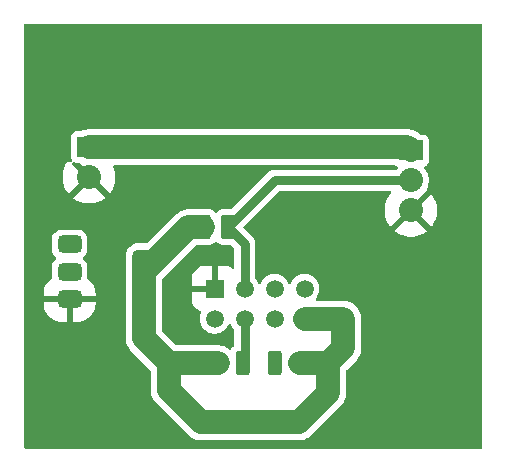
<source format=gbr>
%TF.GenerationSoftware,KiCad,Pcbnew,9.0.6-9.0.6~ubuntu24.04.1*%
%TF.CreationDate,2025-12-30T22:30:39+05:30*%
%TF.ProjectId,wled-esp01-controller,776c6564-2d65-4737-9030-312d636f6e74,rev?*%
%TF.SameCoordinates,Original*%
%TF.FileFunction,Copper,L2,Bot*%
%TF.FilePolarity,Positive*%
%FSLAX46Y46*%
G04 Gerber Fmt 4.6, Leading zero omitted, Abs format (unit mm)*
G04 Created by KiCad (PCBNEW 9.0.6-9.0.6~ubuntu24.04.1) date 2025-12-30 22:30:39*
%MOMM*%
%LPD*%
G01*
G04 APERTURE LIST*
G04 Aperture macros list*
%AMRoundRect*
0 Rectangle with rounded corners*
0 $1 Rounding radius*
0 $2 $3 $4 $5 $6 $7 $8 $9 X,Y pos of 4 corners*
0 Add a 4 corners polygon primitive as box body*
4,1,4,$2,$3,$4,$5,$6,$7,$8,$9,$2,$3,0*
0 Add four circle primitives for the rounded corners*
1,1,$1+$1,$2,$3*
1,1,$1+$1,$4,$5*
1,1,$1+$1,$6,$7*
1,1,$1+$1,$8,$9*
0 Add four rect primitives between the rounded corners*
20,1,$1+$1,$2,$3,$4,$5,0*
20,1,$1+$1,$4,$5,$6,$7,0*
20,1,$1+$1,$6,$7,$8,$9,0*
20,1,$1+$1,$8,$9,$2,$3,0*%
G04 Aperture macros list end*
%TA.AperFunction,SMDPad,CuDef*%
%ADD10RoundRect,0.250000X0.350000X0.770000X-0.350000X0.770000X-0.350000X-0.770000X0.350000X-0.770000X0*%
%TD*%
%TA.AperFunction,SMDPad,CuDef*%
%ADD11RoundRect,0.250000X0.350000X0.450000X-0.350000X0.450000X-0.350000X-0.450000X0.350000X-0.450000X0*%
%TD*%
%TA.AperFunction,ComponentPad*%
%ADD12C,1.508000*%
%TD*%
%TA.AperFunction,ComponentPad*%
%ADD13R,1.508000X1.508000*%
%TD*%
%TA.AperFunction,SMDPad,CuDef*%
%ADD14RoundRect,0.250000X-0.350000X-0.450000X0.350000X-0.450000X0.350000X0.450000X-0.350000X0.450000X0*%
%TD*%
%TA.AperFunction,SMDPad,CuDef*%
%ADD15RoundRect,0.250000X-0.350000X-0.770000X0.350000X-0.770000X0.350000X0.770000X-0.350000X0.770000X0*%
%TD*%
%TA.AperFunction,ComponentPad*%
%ADD16R,2.040000X1.700000*%
%TD*%
%TA.AperFunction,ComponentPad*%
%ADD17C,2.040000*%
%TD*%
%TA.AperFunction,SMDPad,CuDef*%
%ADD18RoundRect,0.375000X-0.625000X-0.375000X0.625000X-0.375000X0.625000X0.375000X-0.625000X0.375000X0*%
%TD*%
%TA.AperFunction,SMDPad,CuDef*%
%ADD19RoundRect,0.500000X-0.500000X-1.400000X0.500000X-1.400000X0.500000X1.400000X-0.500000X1.400000X0*%
%TD*%
%TA.AperFunction,Conductor*%
%ADD20C,0.770000*%
%TD*%
%TA.AperFunction,Conductor*%
%ADD21C,2.040000*%
%TD*%
G04 APERTURE END LIST*
D10*
%TO.P,R1,2*%
%TO.N,Net-(U2-~{RST})*%
X122000000Y-88000000D03*
D11*
%TO.P,R1,1*%
%TO.N,/3.3V*%
X124000000Y-88000000D03*
%TD*%
D12*
%TO.P,U2,8,TXD*%
%TO.N,unconnected-(U2-TXD-Pad8)*%
X116885000Y-84250000D03*
%TO.P,U2,7,CH_PD*%
%TO.N,Net-(U2-CH_PD)*%
X119425000Y-84250000D03*
%TO.P,U2,6,~{RST}*%
%TO.N,Net-(U2-~{RST})*%
X121965000Y-84250000D03*
%TO.P,U2,5,VCC*%
%TO.N,/3.3V*%
X124505000Y-84250000D03*
%TO.P,U2,4,RXD*%
%TO.N,unconnected-(U2-RXD-Pad4)*%
X124505000Y-81710000D03*
%TO.P,U2,3,GPIO0*%
%TO.N,unconnected-(U2-GPIO0-Pad3)*%
X121965000Y-81710000D03*
%TO.P,U2,2,GPIO2*%
%TO.N,WledData*%
X119425000Y-81710000D03*
D13*
%TO.P,U2,1,GND*%
%TO.N,GND*%
X116885000Y-81710000D03*
%TD*%
D14*
%TO.P,R2,1*%
%TO.N,/3.3V*%
X117250000Y-88000000D03*
D15*
%TO.P,R2,2*%
%TO.N,Net-(U2-CH_PD)*%
X119250000Y-88000000D03*
%TD*%
D16*
%TO.P,J2,1,Pin_1*%
%TO.N,+5V*%
X133500000Y-70000000D03*
D17*
%TO.P,J2,2,Pin_2*%
%TO.N,WledData*%
X133500000Y-72540000D03*
%TO.P,J2,3,Pin_3*%
%TO.N,GND*%
X133500000Y-75080000D03*
%TD*%
D18*
%TO.P,U1,1,GND*%
%TO.N,GND*%
X104600000Y-82550000D03*
%TO.P,U1,2,VO*%
%TO.N,/3.3V*%
X104600000Y-80250000D03*
D19*
X110900000Y-80250000D03*
D18*
%TO.P,U1,3,VI*%
%TO.N,+5V*%
X104600000Y-77950000D03*
%TD*%
D10*
%TO.P,R3,1*%
%TO.N,WledData*%
X118000000Y-76500000D03*
%TO.P,R3,2*%
%TO.N,/3.3V*%
X116000000Y-76500000D03*
%TD*%
D16*
%TO.P,J1,1,Pin_1*%
%TO.N,+5V*%
X106250000Y-69710000D03*
D17*
%TO.P,J1,2,Pin_2*%
%TO.N,GND*%
X106250000Y-72250000D03*
%TD*%
D20*
%TO.N,WledData*%
X118000000Y-76500000D02*
X121960000Y-72540000D01*
X121960000Y-72540000D02*
X133500000Y-72540000D01*
D21*
%TO.N,/3.3V*%
X110900000Y-80250000D02*
X114650000Y-76500000D01*
X114650000Y-76500000D02*
X115879000Y-76500000D01*
X113000000Y-88000000D02*
X113000000Y-90250000D01*
X113000000Y-90250000D02*
X115750000Y-93000000D01*
X126500000Y-90500000D02*
X126500000Y-88000000D01*
X115750000Y-93000000D02*
X124000000Y-93000000D01*
X124000000Y-93000000D02*
X126500000Y-90500000D01*
X127750000Y-84250000D02*
X127750000Y-86750000D01*
X127750000Y-86750000D02*
X126500000Y-88000000D01*
X126500000Y-88000000D02*
X124121000Y-88000000D01*
X113000000Y-88000000D02*
X117129000Y-88000000D01*
D20*
%TO.N,Net-(U2-CH_PD)*%
X119425000Y-84250000D02*
X119425000Y-87825000D01*
X119425000Y-87825000D02*
X119250000Y-88000000D01*
D21*
%TO.N,/3.3V*%
X110900000Y-80250000D02*
X110900000Y-85900000D01*
X110900000Y-85900000D02*
X113000000Y-88000000D01*
X127750000Y-84250000D02*
X124505000Y-84250000D01*
D20*
%TO.N,WledData*%
X118000000Y-76500000D02*
X119425000Y-77925000D01*
X119425000Y-77925000D02*
X119425000Y-81710000D01*
D21*
%TO.N,+5V*%
X106250000Y-69710000D02*
X133210000Y-69710000D01*
X133210000Y-69710000D02*
X133500000Y-70000000D01*
%TD*%
%TA.AperFunction,Conductor*%
%TO.N,GND*%
G36*
X117016974Y-77738662D02*
G01*
X117043334Y-77740548D01*
X117052387Y-77746366D01*
X117059427Y-77747898D01*
X117087681Y-77769049D01*
X117181344Y-77862712D01*
X117330666Y-77954814D01*
X117497203Y-78009999D01*
X117599991Y-78020500D01*
X118216851Y-78020499D01*
X118283890Y-78040183D01*
X118304532Y-78056818D01*
X118503181Y-78255467D01*
X118536666Y-78316790D01*
X118539500Y-78343148D01*
X118539500Y-79883061D01*
X118519815Y-79950100D01*
X118467011Y-79995855D01*
X118397853Y-80005799D01*
X118345423Y-79985361D01*
X118225424Y-79903160D01*
X118021991Y-79813336D01*
X118021975Y-79813330D01*
X117805508Y-79762417D01*
X117805492Y-79762415D01*
X117713069Y-79756000D01*
X117135000Y-79756000D01*
X117135000Y-81276988D01*
X117077993Y-81244075D01*
X116950826Y-81210000D01*
X116819174Y-81210000D01*
X116692007Y-81244075D01*
X116635000Y-81276988D01*
X116635000Y-79756000D01*
X116056932Y-79756000D01*
X115964508Y-79762415D01*
X115964492Y-79762417D01*
X115748024Y-79813330D01*
X115748008Y-79813336D01*
X115544575Y-79903160D01*
X115361100Y-80028843D01*
X115203843Y-80186100D01*
X115078160Y-80369575D01*
X114988336Y-80573008D01*
X114988330Y-80573024D01*
X114937417Y-80789491D01*
X114937415Y-80789507D01*
X114931000Y-80881931D01*
X114931000Y-81460000D01*
X116451988Y-81460000D01*
X116419075Y-81517007D01*
X116385000Y-81644174D01*
X116385000Y-81775826D01*
X116419075Y-81902993D01*
X116451988Y-81960000D01*
X114931001Y-81960000D01*
X114931001Y-82538067D01*
X114937415Y-82630491D01*
X114937417Y-82630507D01*
X114988330Y-82846975D01*
X114988336Y-82846991D01*
X115078160Y-83050424D01*
X115203843Y-83233899D01*
X115361100Y-83391156D01*
X115544572Y-83516837D01*
X115674495Y-83574203D01*
X115727872Y-83619289D01*
X115748400Y-83686075D01*
X115734895Y-83743932D01*
X115722408Y-83768438D01*
X115661390Y-83956235D01*
X115630500Y-84151263D01*
X115630500Y-84348736D01*
X115661389Y-84543763D01*
X115702408Y-84670005D01*
X115722409Y-84731561D01*
X115762021Y-84809302D01*
X115812058Y-84907504D01*
X115928115Y-85067246D01*
X116067753Y-85206884D01*
X116204875Y-85306507D01*
X116227499Y-85322944D01*
X116403439Y-85412591D01*
X116528637Y-85453270D01*
X116591236Y-85473610D01*
X116786264Y-85504500D01*
X116786269Y-85504500D01*
X116983736Y-85504500D01*
X117178763Y-85473610D01*
X117366561Y-85412591D01*
X117542501Y-85322944D01*
X117632192Y-85257779D01*
X117702246Y-85206884D01*
X117702248Y-85206881D01*
X117702252Y-85206879D01*
X117841879Y-85067252D01*
X117841881Y-85067248D01*
X117841884Y-85067246D01*
X117957941Y-84907505D01*
X117957942Y-84907504D01*
X117957944Y-84907501D01*
X118044517Y-84737593D01*
X118092490Y-84686800D01*
X118160311Y-84670005D01*
X118226446Y-84692542D01*
X118265482Y-84737593D01*
X118302021Y-84809302D01*
X118352058Y-84907505D01*
X118468115Y-85067246D01*
X118503181Y-85102312D01*
X118536666Y-85163635D01*
X118539500Y-85189993D01*
X118539500Y-86501369D01*
X118519815Y-86568408D01*
X118480598Y-86606907D01*
X118431344Y-86637287D01*
X118307287Y-86761344D01*
X118285805Y-86796173D01*
X118233857Y-86842897D01*
X118164894Y-86854118D01*
X118107382Y-86831393D01*
X117925919Y-86699554D01*
X117925918Y-86699553D01*
X117925916Y-86699552D01*
X117859324Y-86665621D01*
X117712674Y-86590898D01*
X117485051Y-86516939D01*
X117248671Y-86479500D01*
X117248666Y-86479500D01*
X113681174Y-86479500D01*
X113614135Y-86459815D01*
X113593493Y-86443181D01*
X112456819Y-85306507D01*
X112423334Y-85245184D01*
X112420500Y-85218826D01*
X112420500Y-80931174D01*
X112429144Y-80901733D01*
X112435668Y-80871747D01*
X112439422Y-80866731D01*
X112440185Y-80864135D01*
X112456819Y-80843493D01*
X115243493Y-78056819D01*
X115304816Y-78023334D01*
X115331174Y-78020500D01*
X116008656Y-78020500D01*
X116008668Y-78020499D01*
X116400002Y-78020499D01*
X116400008Y-78020499D01*
X116502797Y-78009999D01*
X116669334Y-77954814D01*
X116818656Y-77862712D01*
X116912319Y-77769049D01*
X116920264Y-77764710D01*
X116925690Y-77757463D01*
X116950449Y-77748228D01*
X116973642Y-77735564D01*
X116982671Y-77736209D01*
X116991154Y-77733046D01*
X117016974Y-77738662D01*
G37*
%TD.AperFunction*%
%TA.AperFunction,Conductor*%
G36*
X104983602Y-71002279D02*
G01*
X104987668Y-71003795D01*
X104987669Y-71003796D01*
X105122517Y-71054091D01*
X105182127Y-71060500D01*
X105362691Y-71060499D01*
X105429730Y-71080183D01*
X105450372Y-71096818D01*
X106120591Y-71767037D01*
X106057007Y-71784075D01*
X105942993Y-71849901D01*
X105849901Y-71942993D01*
X105784075Y-72057007D01*
X105767037Y-72120591D01*
X104852588Y-71206142D01*
X104819103Y-71144819D01*
X104824087Y-71075127D01*
X104865959Y-71019194D01*
X104931423Y-70994777D01*
X104983602Y-71002279D01*
G37*
%TD.AperFunction*%
%TA.AperFunction,Conductor*%
G36*
X139442539Y-59270185D02*
G01*
X139488294Y-59322989D01*
X139499500Y-59374500D01*
X139499500Y-95125500D01*
X139479815Y-95192539D01*
X139427011Y-95238294D01*
X139375500Y-95249500D01*
X100874500Y-95249500D01*
X100807461Y-95229815D01*
X100761706Y-95177011D01*
X100750500Y-95125500D01*
X100750500Y-82997580D01*
X102400000Y-82997580D01*
X102410549Y-83147006D01*
X102410550Y-83147013D01*
X102466423Y-83395092D01*
X102466423Y-83395094D01*
X102561366Y-83630997D01*
X102561369Y-83631002D01*
X102692918Y-83848610D01*
X102692925Y-83848621D01*
X102857683Y-84042316D01*
X103051378Y-84207074D01*
X103051389Y-84207081D01*
X103268997Y-84338630D01*
X103269002Y-84338633D01*
X103504906Y-84433576D01*
X103752986Y-84489449D01*
X103752993Y-84489450D01*
X103902419Y-84499999D01*
X103902422Y-84500000D01*
X104350000Y-84500000D01*
X104850000Y-84500000D01*
X105297578Y-84500000D01*
X105297580Y-84499999D01*
X105447006Y-84489450D01*
X105447013Y-84489449D01*
X105695092Y-84433576D01*
X105695094Y-84433576D01*
X105930997Y-84338633D01*
X105931002Y-84338630D01*
X106148610Y-84207081D01*
X106148621Y-84207074D01*
X106342316Y-84042316D01*
X106507074Y-83848621D01*
X106507081Y-83848610D01*
X106638630Y-83631002D01*
X106638633Y-83630997D01*
X106733576Y-83395094D01*
X106733576Y-83395092D01*
X106789449Y-83147013D01*
X106789450Y-83147006D01*
X106799999Y-82997580D01*
X106800000Y-82997578D01*
X106800000Y-82800000D01*
X104850000Y-82800000D01*
X104850000Y-84500000D01*
X104350000Y-84500000D01*
X104350000Y-82800000D01*
X102400000Y-82800000D01*
X102400000Y-82997580D01*
X100750500Y-82997580D01*
X100750500Y-82102419D01*
X102400000Y-82102419D01*
X102400000Y-82300000D01*
X106800000Y-82300000D01*
X106800000Y-82102422D01*
X106799999Y-82102419D01*
X106789450Y-81952993D01*
X106789449Y-81952986D01*
X106733576Y-81704907D01*
X106733576Y-81704905D01*
X106638633Y-81469002D01*
X106638630Y-81468997D01*
X106507081Y-81251389D01*
X106507074Y-81251378D01*
X106342316Y-81057683D01*
X106148614Y-80892919D01*
X106144570Y-80890006D01*
X106145507Y-80888704D01*
X106103115Y-80842416D01*
X106091273Y-80773557D01*
X106094113Y-80757910D01*
X106097600Y-80743889D01*
X106100500Y-80701123D01*
X106100499Y-79798878D01*
X106097600Y-79756111D01*
X106051641Y-79571307D01*
X106049046Y-79566075D01*
X105967032Y-79400707D01*
X105967030Y-79400704D01*
X105847722Y-79252278D01*
X105847721Y-79252277D01*
X105778514Y-79196647D01*
X105738595Y-79139304D01*
X105736015Y-79069482D01*
X105771594Y-79009349D01*
X105778514Y-79003353D01*
X105787909Y-78995800D01*
X105847722Y-78947722D01*
X105967030Y-78799296D01*
X106051641Y-78628693D01*
X106097600Y-78443889D01*
X106100500Y-78401123D01*
X106100499Y-77498878D01*
X106097600Y-77456111D01*
X106051641Y-77271307D01*
X106009677Y-77186694D01*
X105967032Y-77100707D01*
X105967030Y-77100704D01*
X105847722Y-76952278D01*
X105847721Y-76952277D01*
X105699295Y-76832969D01*
X105699292Y-76832967D01*
X105528697Y-76748360D01*
X105343892Y-76702400D01*
X105322506Y-76700950D01*
X105301123Y-76699500D01*
X105301120Y-76699500D01*
X103898877Y-76699500D01*
X103898874Y-76699501D01*
X103856113Y-76702399D01*
X103856112Y-76702399D01*
X103671303Y-76748360D01*
X103500707Y-76832967D01*
X103500704Y-76832969D01*
X103352278Y-76952277D01*
X103352277Y-76952278D01*
X103232969Y-77100704D01*
X103232967Y-77100707D01*
X103148360Y-77271302D01*
X103102400Y-77456107D01*
X103099500Y-77498879D01*
X103099500Y-78401122D01*
X103099501Y-78401125D01*
X103102399Y-78443886D01*
X103102399Y-78443887D01*
X103148360Y-78628696D01*
X103232967Y-78799292D01*
X103232969Y-78799295D01*
X103352277Y-78947721D01*
X103352278Y-78947722D01*
X103421486Y-79003353D01*
X103461405Y-79060696D01*
X103463985Y-79130518D01*
X103428406Y-79190651D01*
X103421486Y-79196647D01*
X103352278Y-79252277D01*
X103352277Y-79252278D01*
X103232969Y-79400704D01*
X103232967Y-79400707D01*
X103148360Y-79571302D01*
X103102400Y-79756107D01*
X103099500Y-79798879D01*
X103099500Y-80701122D01*
X103099501Y-80701125D01*
X103102399Y-80743889D01*
X103105884Y-80757903D01*
X103102957Y-80827711D01*
X103062754Y-80884855D01*
X103055404Y-80889970D01*
X103055430Y-80890006D01*
X103051385Y-80892919D01*
X102857683Y-81057683D01*
X102692925Y-81251378D01*
X102692918Y-81251389D01*
X102561369Y-81468997D01*
X102561366Y-81469002D01*
X102466423Y-81704905D01*
X102466423Y-81704907D01*
X102410550Y-81952986D01*
X102410549Y-81952993D01*
X102400000Y-82102419D01*
X100750500Y-82102419D01*
X100750500Y-72104500D01*
X104030000Y-72104500D01*
X104030000Y-72395499D01*
X104030001Y-72395515D01*
X104067984Y-72684026D01*
X104143305Y-72965127D01*
X104254665Y-73233976D01*
X104254672Y-73233991D01*
X104400176Y-73486011D01*
X104513172Y-73633271D01*
X104513173Y-73633271D01*
X105767037Y-72379408D01*
X105784075Y-72442993D01*
X105849901Y-72557007D01*
X105942993Y-72650099D01*
X106057007Y-72715925D01*
X106120591Y-72732962D01*
X104866727Y-73986825D01*
X104866727Y-73986826D01*
X105013988Y-74099823D01*
X105266008Y-74245327D01*
X105266023Y-74245334D01*
X105534872Y-74356694D01*
X105815973Y-74432015D01*
X106104484Y-74469998D01*
X106104501Y-74470000D01*
X106395499Y-74470000D01*
X106395515Y-74469998D01*
X106684026Y-74432015D01*
X106965127Y-74356694D01*
X107233976Y-74245334D01*
X107233990Y-74245327D01*
X107486005Y-74099826D01*
X107486012Y-74099821D01*
X107633271Y-73986825D01*
X106379408Y-72732962D01*
X106442993Y-72715925D01*
X106557007Y-72650099D01*
X106650099Y-72557007D01*
X106715925Y-72442993D01*
X106732962Y-72379408D01*
X107986825Y-73633271D01*
X108099821Y-73486012D01*
X108099826Y-73486005D01*
X108245327Y-73233990D01*
X108245334Y-73233976D01*
X108356694Y-72965127D01*
X108432015Y-72684026D01*
X108469998Y-72395515D01*
X108470000Y-72395499D01*
X108470000Y-72104500D01*
X108469998Y-72104484D01*
X108432015Y-71815973D01*
X108356695Y-71534875D01*
X108301637Y-71401953D01*
X108294168Y-71332483D01*
X108325443Y-71270004D01*
X108385532Y-71234352D01*
X108416198Y-71230500D01*
X132111846Y-71230500D01*
X132169480Y-71244708D01*
X132178236Y-71249304D01*
X132237669Y-71293796D01*
X132325146Y-71326422D01*
X132332096Y-71330071D01*
X132351792Y-71349131D01*
X132373728Y-71365552D01*
X132376533Y-71373074D01*
X132382305Y-71378659D01*
X132388569Y-71405342D01*
X132398146Y-71431016D01*
X132396439Y-71438861D01*
X132398275Y-71446679D01*
X132389119Y-71472511D01*
X132383295Y-71499289D01*
X132376333Y-71508588D01*
X132374935Y-71512535D01*
X132371233Y-71515401D01*
X132362145Y-71527543D01*
X132340222Y-71549466D01*
X132301050Y-71603384D01*
X132245721Y-71646051D01*
X132200731Y-71654500D01*
X122053348Y-71654500D01*
X122053328Y-71654499D01*
X122047214Y-71654499D01*
X121872786Y-71654499D01*
X121872784Y-71654499D01*
X121730093Y-71682883D01*
X121708755Y-71687127D01*
X121701708Y-71688529D01*
X121540560Y-71755278D01*
X121540551Y-71755283D01*
X121395527Y-71852185D01*
X121333857Y-71913855D01*
X121272187Y-71975526D01*
X121272184Y-71975529D01*
X118304531Y-74943181D01*
X118243208Y-74976666D01*
X118216850Y-74979500D01*
X117599998Y-74979500D01*
X117599980Y-74979501D01*
X117497203Y-74990000D01*
X117497200Y-74990001D01*
X117330668Y-75045185D01*
X117330663Y-75045187D01*
X117181342Y-75137289D01*
X117087681Y-75230951D01*
X117026358Y-75264436D01*
X116956666Y-75259452D01*
X116912319Y-75230951D01*
X116818657Y-75137289D01*
X116818656Y-75137288D01*
X116669334Y-75045186D01*
X116502797Y-74990001D01*
X116502795Y-74990000D01*
X116400016Y-74979500D01*
X116400009Y-74979500D01*
X115998669Y-74979500D01*
X115998666Y-74979500D01*
X114530334Y-74979500D01*
X114530329Y-74979500D01*
X114293948Y-75016939D01*
X114066325Y-75090898D01*
X113994351Y-75127572D01*
X113853083Y-75199551D01*
X113763778Y-75264436D01*
X113659461Y-75340227D01*
X113659459Y-75340229D01*
X113659458Y-75340229D01*
X111186505Y-77813181D01*
X111125182Y-77846666D01*
X111098824Y-77849500D01*
X110341971Y-77849500D01*
X110341965Y-77849500D01*
X110341964Y-77849501D01*
X110330316Y-77850536D01*
X110222584Y-77860113D01*
X110026954Y-77916089D01*
X109952823Y-77954812D01*
X109846593Y-78010302D01*
X109846591Y-78010303D01*
X109846590Y-78010304D01*
X109688890Y-78138890D01*
X109560304Y-78296590D01*
X109466089Y-78476954D01*
X109410114Y-78672583D01*
X109410113Y-78672586D01*
X109399500Y-78791966D01*
X109399500Y-79994297D01*
X109397973Y-80013695D01*
X109379500Y-80130329D01*
X109379500Y-86019671D01*
X109401173Y-86156507D01*
X109416939Y-86256051D01*
X109490897Y-86483670D01*
X109490898Y-86483673D01*
X109490899Y-86483674D01*
X109494119Y-86489993D01*
X109494121Y-86490001D01*
X109494123Y-86490001D01*
X109599551Y-86696916D01*
X109740227Y-86890539D01*
X109740229Y-86890541D01*
X111443181Y-88593493D01*
X111476666Y-88654816D01*
X111479500Y-88681174D01*
X111479500Y-90369671D01*
X111516939Y-90606051D01*
X111590897Y-90833670D01*
X111590898Y-90833671D01*
X111590899Y-90833675D01*
X111602300Y-90856049D01*
X111602300Y-90856051D01*
X111602301Y-90856051D01*
X111699551Y-91046916D01*
X111840227Y-91240539D01*
X111840229Y-91240540D01*
X111840229Y-91240541D01*
X114587101Y-93987412D01*
X114587130Y-93987443D01*
X114759462Y-94159774D01*
X114759464Y-94159776D01*
X114838272Y-94217032D01*
X114871605Y-94241250D01*
X114953083Y-94300448D01*
X115059707Y-94354775D01*
X115166330Y-94409103D01*
X115393949Y-94483061D01*
X115598011Y-94515379D01*
X115598012Y-94515380D01*
X115614173Y-94517940D01*
X115630333Y-94520500D01*
X115630334Y-94520500D01*
X124119668Y-94520500D01*
X124131689Y-94518595D01*
X124151978Y-94515381D01*
X124151986Y-94515382D01*
X124151986Y-94515381D01*
X124306960Y-94490835D01*
X124356051Y-94483061D01*
X124583670Y-94409103D01*
X124655648Y-94372427D01*
X124796916Y-94300449D01*
X124990539Y-94159773D01*
X127659773Y-91490539D01*
X127800449Y-91296916D01*
X127872427Y-91155648D01*
X127909103Y-91083670D01*
X127983061Y-90856051D01*
X128003953Y-90724135D01*
X128020500Y-90619671D01*
X128020500Y-88681174D01*
X128040185Y-88614135D01*
X128056819Y-88593493D01*
X128909773Y-87740539D01*
X129050449Y-87546916D01*
X129133937Y-87383061D01*
X129159103Y-87333670D01*
X129233061Y-87106051D01*
X129261008Y-86929599D01*
X129270500Y-86869671D01*
X129270500Y-84130328D01*
X129242926Y-83956235D01*
X129233061Y-83893949D01*
X129159103Y-83666330D01*
X129159101Y-83666327D01*
X129159101Y-83666325D01*
X129103454Y-83557114D01*
X129050448Y-83453084D01*
X129008316Y-83395094D01*
X128909778Y-83259467D01*
X128909774Y-83259462D01*
X128740537Y-83090225D01*
X128740532Y-83090221D01*
X128546919Y-82949554D01*
X128546918Y-82949553D01*
X128546916Y-82949552D01*
X128480324Y-82915621D01*
X128333674Y-82840898D01*
X128106051Y-82766939D01*
X127869671Y-82729500D01*
X127869666Y-82729500D01*
X125558120Y-82729500D01*
X125491081Y-82709815D01*
X125445326Y-82657011D01*
X125435382Y-82587853D01*
X125460522Y-82532288D01*
X125459016Y-82531194D01*
X125524596Y-82440928D01*
X125577944Y-82367501D01*
X125667591Y-82191561D01*
X125728610Y-82003763D01*
X125759500Y-81808736D01*
X125759500Y-81611263D01*
X125728610Y-81416236D01*
X125680268Y-81267456D01*
X125667591Y-81228439D01*
X125577944Y-81052499D01*
X125570486Y-81042234D01*
X125461884Y-80892753D01*
X125322246Y-80753115D01*
X125162504Y-80637058D01*
X125162503Y-80637057D01*
X125162501Y-80637056D01*
X124986561Y-80547409D01*
X124986558Y-80547408D01*
X124798763Y-80486389D01*
X124603736Y-80455500D01*
X124603731Y-80455500D01*
X124406269Y-80455500D01*
X124406264Y-80455500D01*
X124211236Y-80486389D01*
X124023441Y-80547408D01*
X123847495Y-80637058D01*
X123687753Y-80753115D01*
X123548115Y-80892753D01*
X123432058Y-81052495D01*
X123432056Y-81052499D01*
X123351805Y-81210000D01*
X123345485Y-81222403D01*
X123297510Y-81273199D01*
X123229689Y-81289994D01*
X123163554Y-81267456D01*
X123124515Y-81222403D01*
X123037944Y-81052499D01*
X123030486Y-81042234D01*
X122921884Y-80892753D01*
X122782246Y-80753115D01*
X122622504Y-80637058D01*
X122622503Y-80637057D01*
X122622501Y-80637056D01*
X122446561Y-80547409D01*
X122446558Y-80547408D01*
X122258763Y-80486389D01*
X122063736Y-80455500D01*
X122063731Y-80455500D01*
X121866269Y-80455500D01*
X121866264Y-80455500D01*
X121671236Y-80486389D01*
X121483441Y-80547408D01*
X121307495Y-80637058D01*
X121147753Y-80753115D01*
X121008115Y-80892753D01*
X120892058Y-81052495D01*
X120892056Y-81052499D01*
X120811805Y-81210000D01*
X120805485Y-81222403D01*
X120757510Y-81273199D01*
X120689689Y-81289994D01*
X120623554Y-81267456D01*
X120584515Y-81222403D01*
X120497944Y-81052499D01*
X120490486Y-81042234D01*
X120381884Y-80892753D01*
X120346819Y-80857688D01*
X120313334Y-80796365D01*
X120310500Y-80770007D01*
X120310500Y-77837785D01*
X120310499Y-77837781D01*
X120292620Y-77747898D01*
X120276471Y-77666709D01*
X120209720Y-77505558D01*
X120209719Y-77505557D01*
X120209716Y-77505551D01*
X120112813Y-77360526D01*
X120112810Y-77360522D01*
X119986378Y-77234090D01*
X119986347Y-77234061D01*
X119339967Y-76587681D01*
X119306482Y-76526358D01*
X119311466Y-76456666D01*
X119339967Y-76412319D01*
X122290467Y-73461819D01*
X122351790Y-73428334D01*
X122378148Y-73425500D01*
X131719847Y-73425500D01*
X131786886Y-73445185D01*
X131832641Y-73497989D01*
X131842585Y-73567147D01*
X131818223Y-73624986D01*
X131650183Y-73843979D01*
X131650173Y-73843994D01*
X131504672Y-74096009D01*
X131504665Y-74096023D01*
X131393305Y-74364872D01*
X131317984Y-74645973D01*
X131280001Y-74934484D01*
X131280000Y-74934500D01*
X131280000Y-75225499D01*
X131280001Y-75225515D01*
X131317984Y-75514026D01*
X131393305Y-75795127D01*
X131504665Y-76063976D01*
X131504672Y-76063991D01*
X131650176Y-76316011D01*
X131763172Y-76463271D01*
X131763173Y-76463271D01*
X133017037Y-75209408D01*
X133034075Y-75272993D01*
X133099901Y-75387007D01*
X133192993Y-75480099D01*
X133307007Y-75545925D01*
X133370591Y-75562962D01*
X132116727Y-76816825D01*
X132116727Y-76816826D01*
X132263988Y-76929823D01*
X132516008Y-77075327D01*
X132516023Y-77075334D01*
X132784872Y-77186694D01*
X133065973Y-77262015D01*
X133354484Y-77299998D01*
X133354501Y-77300000D01*
X133645499Y-77300000D01*
X133645515Y-77299998D01*
X133934026Y-77262015D01*
X134215127Y-77186694D01*
X134483976Y-77075334D01*
X134483990Y-77075327D01*
X134736005Y-76929826D01*
X134736012Y-76929821D01*
X134883271Y-76816825D01*
X133629408Y-75562962D01*
X133692993Y-75545925D01*
X133807007Y-75480099D01*
X133900099Y-75387007D01*
X133965925Y-75272993D01*
X133982962Y-75209408D01*
X135236825Y-76463271D01*
X135349821Y-76316012D01*
X135349826Y-76316005D01*
X135495327Y-76063990D01*
X135495334Y-76063976D01*
X135606694Y-75795127D01*
X135682015Y-75514026D01*
X135719998Y-75225515D01*
X135720000Y-75225499D01*
X135720000Y-74934500D01*
X135719998Y-74934484D01*
X135682015Y-74645973D01*
X135606694Y-74364872D01*
X135495334Y-74096023D01*
X135495327Y-74096008D01*
X135349823Y-73843988D01*
X135236825Y-73696727D01*
X133982962Y-74950590D01*
X133965925Y-74887007D01*
X133900099Y-74772993D01*
X133807007Y-74679901D01*
X133692993Y-74614075D01*
X133629408Y-74597037D01*
X134883272Y-73343173D01*
X134882405Y-73329953D01*
X134862051Y-73302078D01*
X134857896Y-73232332D01*
X134868250Y-73203846D01*
X134909103Y-73123670D01*
X134983061Y-72896051D01*
X135016642Y-72684026D01*
X135020500Y-72659671D01*
X135020500Y-72420328D01*
X134993522Y-72250000D01*
X134983061Y-72183949D01*
X134909103Y-71956330D01*
X134909101Y-71956327D01*
X134909101Y-71956325D01*
X134837587Y-71815973D01*
X134800448Y-71743084D01*
X134736088Y-71654500D01*
X134659778Y-71549467D01*
X134659774Y-71549462D01*
X134637856Y-71527544D01*
X134604371Y-71466221D01*
X134609355Y-71396529D01*
X134651227Y-71340596D01*
X134682205Y-71323681D01*
X134762326Y-71293798D01*
X134762326Y-71293797D01*
X134762331Y-71293796D01*
X134877546Y-71207546D01*
X134963796Y-71092331D01*
X135014091Y-70957483D01*
X135020500Y-70897873D01*
X135020500Y-70001835D01*
X135020500Y-69880334D01*
X135020500Y-69872739D01*
X135020499Y-69872721D01*
X135020499Y-69102129D01*
X135020498Y-69102123D01*
X135014091Y-69042516D01*
X134963797Y-68907671D01*
X134963793Y-68907664D01*
X134877547Y-68792455D01*
X134877544Y-68792452D01*
X134762335Y-68706206D01*
X134762328Y-68706202D01*
X134627482Y-68655908D01*
X134627483Y-68655908D01*
X134567883Y-68649501D01*
X134567881Y-68649500D01*
X134567873Y-68649500D01*
X134567865Y-68649500D01*
X134351174Y-68649500D01*
X134284135Y-68629815D01*
X134263493Y-68613181D01*
X134200541Y-68550229D01*
X134200539Y-68550227D01*
X134016076Y-68416206D01*
X134006914Y-68409549D01*
X133865648Y-68337572D01*
X133865646Y-68337570D01*
X133817662Y-68313122D01*
X133793670Y-68300897D01*
X133701937Y-68271091D01*
X133566051Y-68226938D01*
X133361987Y-68194619D01*
X133361986Y-68194618D01*
X133329667Y-68189500D01*
X133329666Y-68189500D01*
X106130334Y-68189500D01*
X106130329Y-68189500D01*
X105893947Y-68226939D01*
X105893944Y-68226939D01*
X105666332Y-68300895D01*
X105577839Y-68345985D01*
X105521544Y-68359500D01*
X105182130Y-68359500D01*
X105182123Y-68359501D01*
X105122516Y-68365908D01*
X104987671Y-68416202D01*
X104987664Y-68416206D01*
X104872455Y-68502452D01*
X104872452Y-68502455D01*
X104786206Y-68617664D01*
X104786202Y-68617671D01*
X104735908Y-68752517D01*
X104729501Y-68812116D01*
X104729500Y-68812135D01*
X104729500Y-70607870D01*
X104729501Y-70607876D01*
X104735908Y-70667483D01*
X104787720Y-70806397D01*
X104792704Y-70876089D01*
X104759219Y-70937412D01*
X104697895Y-70970896D01*
X104628204Y-70965911D01*
X104583857Y-70937411D01*
X104513173Y-70866727D01*
X104513172Y-70866727D01*
X104400177Y-71013988D01*
X104400170Y-71013997D01*
X104254672Y-71266008D01*
X104254665Y-71266023D01*
X104143305Y-71534872D01*
X104067984Y-71815973D01*
X104030001Y-72104484D01*
X104030000Y-72104500D01*
X100750500Y-72104500D01*
X100750500Y-59374500D01*
X100770185Y-59307461D01*
X100822989Y-59261706D01*
X100874500Y-59250500D01*
X139375500Y-59250500D01*
X139442539Y-59270185D01*
G37*
%TD.AperFunction*%
%TD*%
M02*

</source>
